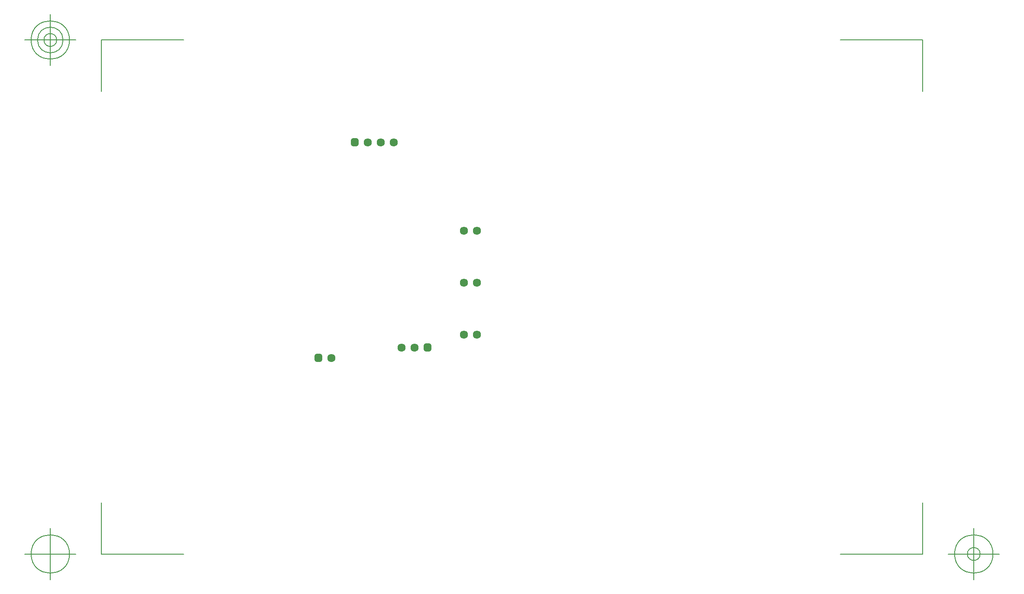
<source format=gbr>
G04 Generated by Ultiboard 13.0 *
%FSLAX34Y34*%
%MOMM*%

%ADD10C,0.0001*%
%ADD11C,0.1270*%
%ADD12R,0.5291X0.5291*%
%ADD13C,0.9949*%
%ADD14C,1.6088*%


G04 ColorRGB 0000FF for the following layer *
%LNCopper Bottom*%
%LPD*%
G54D10*
G54D11*
X-2540Y-2540D02*
X-2540Y97968D01*
X-2540Y-2540D02*
X157968Y-2540D01*
X1602540Y-2540D02*
X1442032Y-2540D01*
X1602540Y-2540D02*
X1602540Y97968D01*
X1602540Y1002540D02*
X1602540Y902032D01*
X1602540Y1002540D02*
X1442032Y1002540D01*
X-2540Y1002540D02*
X157968Y1002540D01*
X-2540Y1002540D02*
X-2540Y902032D01*
X-52540Y-2540D02*
X-152540Y-2540D01*
X-102540Y-52540D02*
X-102540Y47460D01*
X-140040Y-2540D02*
G75*
D01*
G02X-140040Y-2540I37500J0*
G01*
X1652540Y-2540D02*
X1752540Y-2540D01*
X1702540Y-52540D02*
X1702540Y47460D01*
X1665040Y-2540D02*
G75*
D01*
G02X1665040Y-2540I37500J0*
G01*
X1690040Y-2540D02*
G75*
D01*
G02X1690040Y-2540I12500J0*
G01*
X-52540Y1002540D02*
X-152540Y1002540D01*
X-102540Y952540D02*
X-102540Y1052540D01*
X-140040Y1002540D02*
G75*
D01*
G02X-140040Y1002540I37500J0*
G01*
X-127540Y1002540D02*
G75*
D01*
G02X-127540Y1002540I25000J0*
G01*
X-115040Y1002540D02*
G75*
D01*
G02X-115040Y1002540I12500J0*
G01*
G54D12*
X421640Y381000D03*
X635000Y401320D03*
X492760Y802640D03*
G54D13*
X418995Y378355D02*
X424285Y378355D01*
X424285Y383645D01*
X418995Y383645D01*
X418995Y378355D01*D02*
X632355Y398675D02*
X637645Y398675D01*
X637645Y403965D01*
X632355Y403965D01*
X632355Y398675D01*D02*
X490115Y799995D02*
X495405Y799995D01*
X495405Y805285D01*
X490115Y805285D01*
X490115Y799995D01*D02*
G54D14*
X447040Y381000D03*
X609600Y401320D03*
X584200Y401320D03*
X731520Y528320D03*
X706120Y528320D03*
X731520Y426720D03*
X706120Y426720D03*
X543560Y802640D03*
X518160Y802640D03*
X568960Y802640D03*
X731520Y629920D03*
X706120Y629920D03*

M02*

</source>
